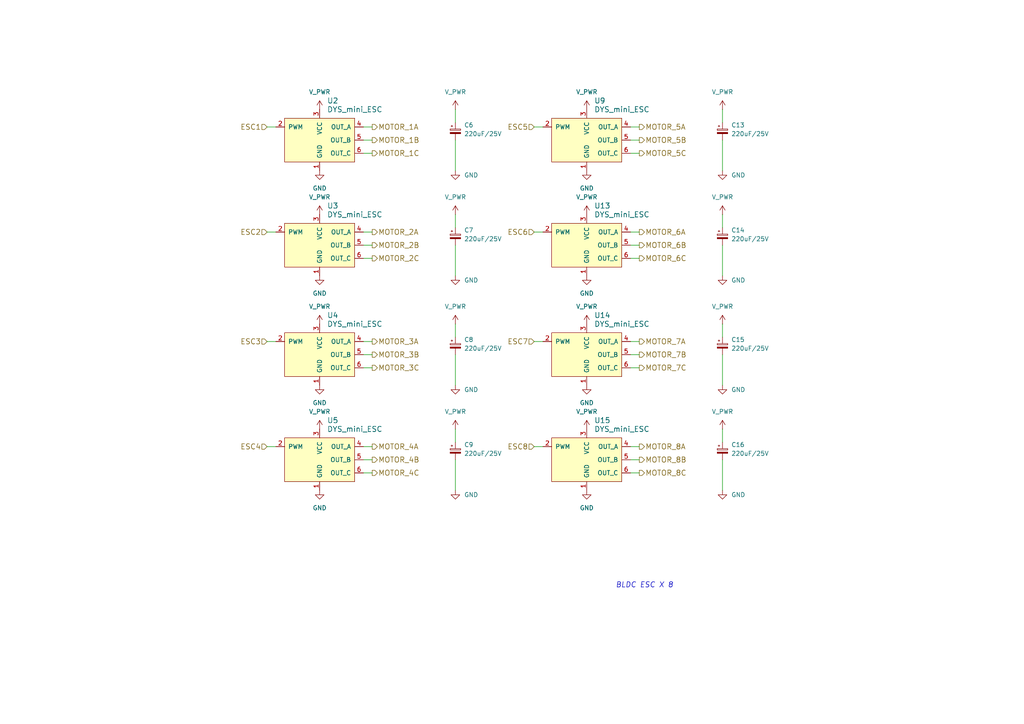
<source format=kicad_sch>
(kicad_sch (version 20250114) (generator "eeschema") (generator_version "9.0")
  (paper "A4")
  (lib_symbols
    (symbol "Device:C_Polarized_Small" (pin_numbers (hide yes)) (pin_names (offset 0.254) (hide yes))
      (property "Reference" "C" (at 0.254 1.778 0))
      (property "Value" "C_Polarized_Small" (at 0.254 -2.032 0))
      (symbol "C_Polarized_Small_0_1"
        (rectangle (start -1.524 0.6858) (end 1.524 0.3048))
        (rectangle (start -1.524 -0.3048) (end 1.524 -0.6858) (fill (type outline)))
        (polyline (pts (xy -1.27 1.524) (xy -0.762 1.524)))
        (polyline (pts (xy -1.016 1.27) (xy -1.016 1.778)))
      )
      (symbol "C_Polarized_Small_1_1"
        (pin passive line (at 0 2.54 270) (length 1.8542) (name "~") (number "1"))
        (pin passive line (at 0 -2.54 90) (length 1.8542) (name "~") (number "2"))
      )
    )
    (symbol "GND_31" (power) (pin_names (offset 0))
      (property "Value" "GND" (at 0 -3.81 0))
      (symbol "GND_31_0_1"
        (polyline (pts (xy 0 0) (xy 0 -1.27) (xy 1.27 -1.27) (xy 0 -2.54) (xy -1.27 -1.27) (xy 0 -1.27)))
      )
      (symbol "GND_31_1_1"
        (pin power_in line (at 0 0 270) (length 0) (hide yes) (name "GND") (number "1"))
      )
    )
    (symbol "GND_32" (power) (pin_names (offset 0))
      (property "Value" "GND" (at 0 -3.81 0))
      (symbol "GND_32_0_1"
        (polyline (pts (xy 0 0) (xy 0 -1.27) (xy 1.27 -1.27) (xy 0 -2.54) (xy -1.27 -1.27) (xy 0 -1.27)))
      )
      (symbol "GND_32_1_1"
        (pin power_in line (at 0 0 270) (length 0) (hide yes) (name "GND") (number "1"))
      )
    )
    (symbol "custom_lib:DYS_mini_ESC" (pin_names (offset 1.016))
      (property "Reference" "U" (at -8.89 7.62 0))
      (property "Value" "DYS_mini_ESC" (at 0 -7.62 0))
      (symbol "DYS_mini_ESC_0_1"
        (rectangle (start -10.16 6.35) (end 10.16 -6.35) (fill (type background)))
      )
      (symbol "DYS_mini_ESC_1_1"
        (pin input line (at -12.7 3.81 0) (length 2.54) (name "PWM") (number "2"))
        (pin power_in line (at 0 8.89 270) (length 2.54) (name "VCC") (number "3"))
        (pin power_in line (at 0 -8.89 90) (length 2.54) (name "GND") (number "1"))
        (pin output line (at 12.7 3.81 180) (length 2.54) (name "OUT_A") (number "4"))
        (pin output line (at 12.7 0 180) (length 2.54) (name "OUT_B") (number "5"))
        (pin output line (at 12.7 -3.81 180) (length 2.54) (name "OUT_C") (number "6"))
      )
    )
    (symbol "power:+5V" (power) (pin_numbers (hide yes)) (pin_names (offset 0) (hide yes))
      (property "Value" "+5V" (at 0 3.556 0))
      (symbol "+5V_0_1"
        (polyline (pts (xy -0.762 1.27) (xy 0 2.54)))
        (polyline (pts (xy 0 2.54) (xy 0.762 1.27)))
        (polyline (pts (xy 0 0) (xy 0 2.54)))
      )
      (symbol "+5V_1_1"
        (pin power_in line (at 0 0 90) (length 0) (name "~") (number "1"))
      )
    )
  )
  (text "BLDC ESC X 8" (at 178.562 170.688 0) (effects (font (size 1.524 1.524) (italic yes)) (justify left bottom)))
  (wire (pts (xy 157.48 67.31) (xy 154.94 67.31)))
  (wire (pts (xy 209.55 31.75) (xy 209.55 35.56)))
  (wire (pts (xy 182.88 36.83) (xy 185.42 36.83)))
  (wire (pts (xy 182.88 40.64) (xy 185.42 40.64)))
  (wire (pts (xy 132.08 71.12) (xy 132.08 80.01)))
  (wire (pts (xy 182.88 71.12) (xy 185.42 71.12)))
  (wire (pts (xy 105.41 67.31) (xy 107.95 67.31)))
  (wire (pts (xy 105.41 71.12) (xy 107.95 71.12)))
  (wire (pts (xy 77.47 36.83) (xy 80.01 36.83)))
  (wire (pts (xy 105.41 129.54) (xy 107.95 129.54)))
  (wire (pts (xy 80.01 129.54) (xy 77.47 129.54)))
  (wire (pts (xy 182.88 44.45) (xy 185.42 44.45)))
  (wire (pts (xy 132.08 102.87) (xy 132.08 111.76)))
  (wire (pts (xy 209.55 71.12) (xy 209.55 80.01)))
  (wire (pts (xy 209.55 124.46) (xy 209.55 128.27)))
  (wire (pts (xy 105.41 133.35) (xy 107.95 133.35)))
  (wire (pts (xy 209.55 133.35) (xy 209.55 142.24)))
  (wire (pts (xy 182.88 74.93) (xy 185.42 74.93)))
  (wire (pts (xy 132.08 124.46) (xy 132.08 128.27)))
  (wire (pts (xy 80.01 67.31) (xy 77.47 67.31)))
  (wire (pts (xy 105.41 74.93) (xy 107.95 74.93)))
  (wire (pts (xy 132.08 62.23) (xy 132.08 66.04)))
  (wire (pts (xy 209.55 93.98) (xy 209.55 97.79)))
  (wire (pts (xy 209.55 102.87) (xy 209.55 111.76)))
  (wire (pts (xy 105.41 40.64) (xy 107.95 40.64)))
  (wire (pts (xy 105.41 99.06) (xy 107.95 99.06)))
  (wire (pts (xy 209.55 62.23) (xy 209.55 66.04)))
  (wire (pts (xy 182.88 106.68) (xy 185.42 106.68)))
  (wire (pts (xy 157.48 99.06) (xy 154.94 99.06)))
  (wire (pts (xy 105.41 137.16) (xy 107.95 137.16)))
  (wire (pts (xy 182.88 102.87) (xy 185.42 102.87)))
  (wire (pts (xy 182.88 99.06) (xy 185.42 99.06)))
  (wire (pts (xy 182.88 129.54) (xy 185.42 129.54)))
  (wire (pts (xy 105.41 102.87) (xy 107.95 102.87)))
  (wire (pts (xy 132.08 93.98) (xy 132.08 97.79)))
  (wire (pts (xy 209.55 40.64) (xy 209.55 49.53)))
  (wire (pts (xy 157.48 129.54) (xy 154.94 129.54)))
  (wire (pts (xy 80.01 99.06) (xy 77.47 99.06)))
  (wire (pts (xy 132.08 40.64) (xy 132.08 49.53)))
  (wire (pts (xy 132.08 31.75) (xy 132.08 35.56)))
  (wire (pts (xy 154.94 36.83) (xy 157.48 36.83)))
  (wire (pts (xy 182.88 133.35) (xy 185.42 133.35)))
  (wire (pts (xy 105.41 106.68) (xy 107.95 106.68)))
  (wire (pts (xy 132.08 133.35) (xy 132.08 142.24)))
  (wire (pts (xy 105.41 36.83) (xy 107.95 36.83)))
  (wire (pts (xy 182.88 137.16) (xy 185.42 137.16)))
  (wire (pts (xy 182.88 67.31) (xy 185.42 67.31)))
  (wire (pts (xy 105.41 44.45) (xy 107.95 44.45)))
  (hierarchical_label "ESC7" (shape input) (at 154.94 99.06 180) (effects (font (size 1.524 1.524))))
  (hierarchical_label "MOTOR_2C" (shape output) (at 107.95 74.93 0) (effects (font (size 1.524 1.524))))
  (hierarchical_label "ESC5" (shape input) (at 154.94 36.83 180) (effects (font (size 1.524 1.524))))
  (hierarchical_label "MOTOR_5C" (shape output) (at 185.42 44.45 0) (effects (font (size 1.524 1.524))))
  (hierarchical_label "MOTOR_3B" (shape output) (at 107.95 102.87 0) (effects (font (size 1.524 1.524))))
  (hierarchical_label "ESC3" (shape input) (at 77.47 99.06 180) (effects (font (size 1.524 1.524))))
  (hierarchical_label "MOTOR_8C" (shape output) (at 185.42 137.16 0) (effects (font (size 1.524 1.524))))
  (hierarchical_label "ESC1" (shape input) (at 77.47 36.83 180) (effects (font (size 1.524 1.524))))
  (hierarchical_label "ESC2" (shape input) (at 77.47 67.31 180) (effects (font (size 1.524 1.524))))
  (hierarchical_label "MOTOR_4B" (shape output) (at 107.95 133.35 0) (effects (font (size 1.524 1.524))))
  (hierarchical_label "MOTOR_1A" (shape output) (at 107.95 36.83 0) (effects (font (size 1.524 1.524))))
  (hierarchical_label "ESC4" (shape input) (at 77.47 129.54 180) (effects (font (size 1.524 1.524))))
  (hierarchical_label "ESC8" (shape input) (at 154.94 129.54 180) (effects (font (size 1.524 1.524))))
  (hierarchical_label "MOTOR_6B" (shape output) (at 185.42 71.12 0) (effects (font (size 1.524 1.524))))
  (hierarchical_label "MOTOR_1C" (shape output) (at 107.95 44.45 0) (effects (font (size 1.524 1.524))))
  (hierarchical_label "ESC6" (shape input) (at 154.94 67.31 180) (effects (font (size 1.524 1.524))))
  (hierarchical_label "MOTOR_5A" (shape output) (at 185.42 36.83 0) (effects (font (size 1.524 1.524))))
  (hierarchical_label "MOTOR_8A" (shape output) (at 185.42 129.54 0) (effects (font (size 1.524 1.524))))
  (hierarchical_label "MOTOR_2B" (shape output) (at 107.95 71.12 0) (effects (font (size 1.524 1.524))))
  (hierarchical_label "MOTOR_2A" (shape output) (at 107.95 67.31 0) (effects (font (size 1.524 1.524))))
  (hierarchical_label "MOTOR_7C" (shape output) (at 185.42 106.68 0) (effects (font (size 1.524 1.524))))
  (hierarchical_label "MOTOR_3C" (shape output) (at 107.95 106.68 0) (effects (font (size 1.524 1.524))))
  (hierarchical_label "MOTOR_6C" (shape output) (at 185.42 74.93 0) (effects (font (size 1.524 1.524))))
  (hierarchical_label "MOTOR_7B" (shape output) (at 185.42 102.87 0) (effects (font (size 1.524 1.524))))
  (hierarchical_label "MOTOR_7A" (shape output) (at 185.42 99.06 0) (effects (font (size 1.524 1.524))))
  (hierarchical_label "MOTOR_4A" (shape output) (at 107.95 129.54 0) (effects (font (size 1.524 1.524))))
  (hierarchical_label "MOTOR_5B" (shape output) (at 185.42 40.64 0) (effects (font (size 1.524 1.524))))
  (hierarchical_label "MOTOR_8B" (shape output) (at 185.42 133.35 0) (effects (font (size 1.524 1.524))))
  (hierarchical_label "MOTOR_4C" (shape output) (at 107.95 137.16 0) (effects (font (size 1.524 1.524))))
  (hierarchical_label "MOTOR_3A" (shape output) (at 107.95 99.06 0) (effects (font (size 1.524 1.524))))
  (hierarchical_label "MOTOR_1B" (shape output) (at 107.95 40.64 0) (effects (font (size 1.524 1.524))))
  (hierarchical_label "MOTOR_6A" (shape output) (at 185.42 67.31 0) (effects (font (size 1.524 1.524))))
  (symbol (lib_id "custom_lib:DYS_mini_ESC") (at 92.71 40.64 0) (unit 1)
    (property "Reference" "U2" (at 94.8533 29.21 0) (effects (font (size 1.524 1.524)) (justify left)))
    (property "Value" "DYS_mini_ESC" (at 94.8533 31.75 0) (effects (font (size 1.524 1.524)) (justify left)))
    (property "Footprint" "footprint:DYS_Mini_ESC" (effects (hide yes)))
  )
  (symbol (lib_id "Device:C_Polarized_Small") (at 132.08 38.1 0) (unit 1)
    (property "Reference" "C6" (at 134.62 36.2838 0) (effects (justify left)))
    (property "Value" "220uF/25V" (at 134.62 38.8238 0) (effects (justify left)))
    (property "Footprint" "Capacitor_SMD:CP_Elec_8x10" (effects (hide yes)))
    (property "Description" "Polarized capacitor, small symbol" (effects (hide yes)))
    (property "DeviceMart" "6791" (effects (hide yes)))
  )
  (symbol (lib_name "GND_32") (lib_id "MainBoard-rescue:GND") (at 92.71 49.53 0) (unit 1)
    (property "Reference" "#PWR01" (effects (hide yes)))
    (property "Value" "GND" (at 92.71 54.61 0))
  )
  (symbol (lib_id "custom_lib:DYS_mini_ESC") (at 92.71 71.12 0) (unit 1)
    (property "Reference" "U3" (at 94.8533 59.69 0) (effects (font (size 1.524 1.524)) (justify left)))
    (property "Value" "DYS_mini_ESC" (at 94.8533 62.23 0) (effects (font (size 1.524 1.524)) (justify left)))
    (property "Footprint" "footprint:DYS_Mini_ESC" (effects (hide yes)))
  )
  (symbol (lib_id "Device:C_Polarized_Small") (at 132.08 68.58 0) (unit 1)
    (property "Reference" "C7" (at 134.62 66.7638 0) (effects (justify left)))
    (property "Value" "220uF/25V" (at 134.62 69.3038 0) (effects (justify left)))
    (property "Footprint" "Capacitor_SMD:CP_Elec_8x10" (effects (hide yes)))
    (property "Description" "Polarized capacitor, small symbol" (effects (hide yes)))
    (property "DeviceMart" "6791" (effects (hide yes)))
  )
  (symbol (lib_name "GND_31") (lib_id "MainBoard-rescue:GND") (at 92.71 80.01 0) (unit 1)
    (property "Reference" "#PWR02" (effects (hide yes)))
    (property "Value" "GND" (at 92.71 85.09 0))
  )
  (symbol (lib_id "custom_lib:DYS_mini_ESC") (at 92.71 102.87 0) (unit 1)
    (property "Reference" "U4" (at 94.8533 91.44 0) (effects (font (size 1.524 1.524)) (justify left)))
    (property "Value" "DYS_mini_ESC" (at 94.8533 93.98 0) (effects (font (size 1.524 1.524)) (justify left)))
    (property "Footprint" "footprint:DYS_Mini_ESC" (effects (hide yes)))
  )
  (symbol (lib_id "Device:C_Polarized_Small") (at 132.08 100.33 0) (unit 1)
    (property "Reference" "C8" (at 134.62 98.5138 0) (effects (justify left)))
    (property "Value" "220uF/25V" (at 134.62 101.0538 0) (effects (justify left)))
    (property "Footprint" "Capacitor_SMD:CP_Elec_8x10" (effects (hide yes)))
    (property "Description" "Polarized capacitor, small symbol" (effects (hide yes)))
    (property "DeviceMart" "6791" (effects (hide yes)))
  )
  (symbol (lib_id "custom_lib:DYS_mini_ESC") (at 92.71 133.35 0) (unit 1)
    (property "Reference" "U5" (at 94.8533 121.92 0) (effects (font (size 1.524 1.524)) (justify left)))
    (property "Value" "DYS_mini_ESC" (at 94.8533 124.46 0) (effects (font (size 1.524 1.524)) (justify left)))
    (property "Footprint" "footprint:DYS_Mini_ESC" (effects (hide yes)))
  )
  (symbol (lib_id "Device:C_Polarized_Small") (at 132.08 130.81 0) (unit 1)
    (property "Reference" "C9" (at 134.62 128.9938 0) (effects (justify left)))
    (property "Value" "220uF/25V" (at 134.62 131.5338 0) (effects (justify left)))
    (property "Footprint" "Capacitor_SMD:CP_Elec_8x10" (effects (hide yes)))
    (property "Description" "Polarized capacitor, small symbol" (effects (hide yes)))
    (property "DeviceMart" "6791" (effects (hide yes)))
  )
  (symbol (lib_name "GND_31") (lib_id "MainBoard-rescue:GND") (at 170.18 111.76 0) (unit 1)
    (property "Reference" "#PWR044" (effects (hide yes)))
    (property "Value" "GND" (at 170.18 116.84 0))
  )
  (symbol (lib_id "Device:C_Polarized_Small") (at 209.55 100.33 0) (unit 1)
    (property "Reference" "C15" (at 212.09 98.5138 0) (effects (justify left)))
    (property "Value" "220uF/25V" (at 212.09 101.0538 0) (effects (justify left)))
    (property "Footprint" "Capacitor_SMD:CP_Elec_8x10" (effects (hide yes)))
    (property "Description" "Polarized capacitor, small symbol" (effects (hide yes)))
    (property "DeviceMart" "6791" (effects (hide yes)))
  )
  (symbol (lib_id "power:+5V") (at 92.71 31.75 0) (unit 1)
    (property "Reference" "#PWR050" (effects (hide yes)))
    (property "Value" "V_PWR" (at 92.71 26.67 0))
    (property "Description" "Power symbol creates a global label with name \"+5V\"" (effects (hide yes)))
  )
  (symbol (lib_id "power:+5V") (at 170.18 124.46 0) (unit 1)
    (property "Reference" "#PWR064" (effects (hide yes)))
    (property "Value" "V_PWR" (at 170.18 119.38 0))
    (property "Description" "Power symbol creates a global label with name \"+5V\"" (effects (hide yes)))
  )
  (symbol (lib_id "power:+5V") (at 92.71 124.46 0) (unit 1)
    (property "Reference" "#PWR062" (effects (hide yes)))
    (property "Value" "V_PWR" (at 92.71 119.38 0))
    (property "Description" "Power symbol creates a global label with name \"+5V\"" (effects (hide yes)))
  )
  (symbol (lib_id "power:+5V") (at 132.08 93.98 0) (unit 1)
    (property "Reference" "#PWR060" (effects (hide yes)))
    (property "Value" "V_PWR" (at 132.08 88.9 0))
    (property "Description" "Power symbol creates a global label with name \"+5V\"" (effects (hide yes)))
  )
  (symbol (lib_name "GND_32") (lib_id "MainBoard-rescue:GND") (at 132.08 80.01 0) (unit 1)
    (property "Reference" "#PWR03" (effects (hide yes)))
    (property "Value" "GND" (at 134.62 81.2799 0) (effects (justify left)))
  )
  (symbol (lib_id "power:+5V") (at 170.18 62.23 0) (unit 1)
    (property "Reference" "#PWR056" (effects (hide yes)))
    (property "Value" "V_PWR" (at 170.18 57.15 0))
    (property "Description" "Power symbol creates a global label with name \"+5V\"" (effects (hide yes)))
  )
  (symbol (lib_id "power:+5V") (at 132.08 31.75 0) (unit 1)
    (property "Reference" "#PWR051" (effects (hide yes)))
    (property "Value" "V_PWR" (at 132.08 26.67 0))
    (property "Description" "Power symbol creates a global label with name \"+5V\"" (effects (hide yes)))
  )
  (symbol (lib_name "GND_31") (lib_id "MainBoard-rescue:GND") (at 92.71 142.24 0) (unit 1)
    (property "Reference" "#PWR040" (effects (hide yes)))
    (property "Value" "GND" (at 92.71 147.32 0))
  )
  (symbol (lib_name "GND_32") (lib_id "MainBoard-rescue:GND") (at 170.18 49.53 0) (unit 1)
    (property "Reference" "#PWR042" (effects (hide yes)))
    (property "Value" "GND" (at 170.18 54.61 0))
  )
  (symbol (lib_id "Device:C_Polarized_Small") (at 209.55 68.58 0) (unit 1)
    (property "Reference" "C14" (at 212.09 66.7638 0) (effects (justify left)))
    (property "Value" "220uF/25V" (at 212.09 69.3038 0) (effects (justify left)))
    (property "Footprint" "Capacitor_SMD:CP_Elec_8x10" (effects (hide yes)))
    (property "Description" "Polarized capacitor, small symbol" (effects (hide yes)))
    (property "DeviceMart" "6791" (effects (hide yes)))
  )
  (symbol (lib_name "GND_32") (lib_id "MainBoard-rescue:GND") (at 209.55 49.53 0) (unit 1)
    (property "Reference" "#PWR046" (effects (hide yes)))
    (property "Value" "GND" (at 212.09 50.7999 0) (effects (justify left)))
  )
  (symbol (lib_id "power:+5V") (at 209.55 31.75 0) (unit 1)
    (property "Reference" "#PWR053" (effects (hide yes)))
    (property "Value" "V_PWR" (at 209.55 26.67 0))
    (property "Description" "Power symbol creates a global label with name \"+5V\"" (effects (hide yes)))
  )
  (symbol (lib_id "power:+5V") (at 209.55 62.23 0) (unit 1)
    (property "Reference" "#PWR057" (effects (hide yes)))
    (property "Value" "V_PWR" (at 209.55 57.15 0))
    (property "Description" "Power symbol creates a global label with name \"+5V\"" (effects (hide yes)))
  )
  (symbol (lib_id "Device:C_Polarized_Small") (at 209.55 38.1 0) (unit 1)
    (property "Reference" "C13" (at 212.09 36.2838 0) (effects (justify left)))
    (property "Value" "220uF/25V" (at 212.09 38.8238 0) (effects (justify left)))
    (property "Footprint" "Capacitor_SMD:CP_Elec_8x10" (effects (hide yes)))
    (property "Description" "Polarized capacitor, small symbol" (effects (hide yes)))
    (property "DeviceMart" "6791" (effects (hide yes)))
  )
  (symbol (lib_id "power:+5V") (at 132.08 62.23 0) (unit 1)
    (property "Reference" "#PWR055" (effects (hide yes)))
    (property "Value" "V_PWR" (at 132.08 57.15 0))
    (property "Description" "Power symbol creates a global label with name \"+5V\"" (effects (hide yes)))
  )
  (symbol (lib_id "power:+5V") (at 170.18 93.98 0) (unit 1)
    (property "Reference" "#PWR059" (effects (hide yes)))
    (property "Value" "V_PWR" (at 170.18 88.9 0))
    (property "Description" "Power symbol creates a global label with name \"+5V\"" (effects (hide yes)))
  )
  (symbol (lib_id "custom_lib:DYS_mini_ESC") (at 170.18 133.35 0) (unit 1)
    (property "Reference" "U15" (at 172.3233 121.92 0) (effects (font (size 1.524 1.524)) (justify left)))
    (property "Value" "DYS_mini_ESC" (at 172.3233 124.46 0) (effects (font (size 1.524 1.524)) (justify left)))
    (property "Footprint" "footprint:DYS_Mini_ESC" (effects (hide yes)))
  )
  (symbol (lib_id "power:+5V") (at 209.55 93.98 0) (unit 1)
    (property "Reference" "#PWR058" (effects (hide yes)))
    (property "Value" "V_PWR" (at 209.55 88.9 0))
    (property "Description" "Power symbol creates a global label with name \"+5V\"" (effects (hide yes)))
  )
  (symbol (lib_id "power:+5V") (at 92.71 93.98 0) (unit 1)
    (property "Reference" "#PWR061" (effects (hide yes)))
    (property "Value" "V_PWR" (at 92.71 88.9 0))
    (property "Description" "Power symbol creates a global label with name \"+5V\"" (effects (hide yes)))
  )
  (symbol (lib_name "GND_31") (lib_id "MainBoard-rescue:GND") (at 170.18 80.01 0) (unit 1)
    (property "Reference" "#PWR043" (effects (hide yes)))
    (property "Value" "GND" (at 170.18 85.09 0))
  )
  (symbol (lib_name "GND_31") (lib_id "MainBoard-rescue:GND") (at 92.71 111.76 0) (unit 1)
    (property "Reference" "#PWR039" (effects (hide yes)))
    (property "Value" "GND" (at 92.71 116.84 0))
  )
  (symbol (lib_name "GND_32") (lib_id "MainBoard-rescue:GND") (at 209.55 142.24 0) (unit 1)
    (property "Reference" "#PWR049" (effects (hide yes)))
    (property "Value" "GND" (at 212.09 143.5099 0) (effects (justify left)))
  )
  (symbol (lib_name "GND_32") (lib_id "MainBoard-rescue:GND") (at 209.55 80.01 0) (unit 1)
    (property "Reference" "#PWR047" (effects (hide yes)))
    (property "Value" "GND" (at 212.09 81.2799 0) (effects (justify left)))
  )
  (symbol (lib_id "power:+5V") (at 92.71 62.23 0) (unit 1)
    (property "Reference" "#PWR054" (effects (hide yes)))
    (property "Value" "V_PWR" (at 92.71 57.15 0))
    (property "Description" "Power symbol creates a global label with name \"+5V\"" (effects (hide yes)))
  )
  (symbol (lib_id "power:+5V") (at 170.18 31.75 0) (unit 1)
    (property "Reference" "#PWR052" (effects (hide yes)))
    (property "Value" "V_PWR" (at 170.18 26.67 0))
    (property "Description" "Power symbol creates a global label with name \"+5V\"" (effects (hide yes)))
  )
  (symbol (lib_id "power:+5V") (at 209.55 124.46 0) (unit 1)
    (property "Reference" "#PWR065" (effects (hide yes)))
    (property "Value" "V_PWR" (at 209.55 119.38 0))
    (property "Description" "Power symbol creates a global label with name \"+5V\"" (effects (hide yes)))
  )
  (symbol (lib_name "GND_32") (lib_id "MainBoard-rescue:GND") (at 132.08 49.53 0) (unit 1)
    (property "Reference" "#PWR010" (effects (hide yes)))
    (property "Value" "GND" (at 134.62 50.7999 0) (effects (justify left)))
  )
  (symbol (lib_id "power:+5V") (at 132.08 124.46 0) (unit 1)
    (property "Reference" "#PWR063" (effects (hide yes)))
    (property "Value" "V_PWR" (at 132.08 119.38 0))
    (property "Description" "Power symbol creates a global label with name \"+5V\"" (effects (hide yes)))
  )
  (symbol (lib_id "Device:C_Polarized_Small") (at 209.55 130.81 0) (unit 1)
    (property "Reference" "C16" (at 212.09 128.9938 0) (effects (justify left)))
    (property "Value" "220uF/25V" (at 212.09 131.5338 0) (effects (justify left)))
    (property "Footprint" "Capacitor_SMD:CP_Elec_8x10" (effects (hide yes)))
    (property "Description" "Polarized capacitor, small symbol" (effects (hide yes)))
    (property "DeviceMart" "6791" (effects (hide yes)))
  )
  (symbol (lib_id "custom_lib:DYS_mini_ESC") (at 170.18 40.64 0) (unit 1)
    (property "Reference" "U9" (at 172.3233 29.21 0) (effects (font (size 1.524 1.524)) (justify left)))
    (property "Value" "DYS_mini_ESC" (at 172.3233 31.75 0) (effects (font (size 1.524 1.524)) (justify left)))
    (property "Footprint" "footprint:DYS_Mini_ESC" (effects (hide yes)))
  )
  (symbol (lib_id "custom_lib:DYS_mini_ESC") (at 170.18 102.87 0) (unit 1)
    (property "Reference" "U14" (at 172.3233 91.44 0) (effects (font (size 1.524 1.524)) (justify left)))
    (property "Value" "DYS_mini_ESC" (at 172.3233 93.98 0) (effects (font (size 1.524 1.524)) (justify left)))
    (property "Footprint" "footprint:DYS_Mini_ESC" (effects (hide yes)))
  )
  (symbol (lib_name "GND_32") (lib_id "MainBoard-rescue:GND") (at 132.08 111.76 0) (unit 1)
    (property "Reference" "#PWR04" (effects (hide yes)))
    (property "Value" "GND" (at 134.62 113.0299 0) (effects (justify left)))
  )
  (symbol (lib_name "GND_31") (lib_id "MainBoard-rescue:GND") (at 170.18 142.24 0) (unit 1)
    (property "Reference" "#PWR045" (effects (hide yes)))
    (property "Value" "GND" (at 170.18 147.32 0))
  )
  (symbol (lib_name "GND_32") (lib_id "MainBoard-rescue:GND") (at 132.08 142.24 0) (unit 1)
    (property "Reference" "#PWR041" (effects (hide yes)))
    (property "Value" "GND" (at 134.62 143.5099 0) (effects (justify left)))
  )
  (symbol (lib_name "GND_32") (lib_id "MainBoard-rescue:GND") (at 209.55 111.76 0) (unit 1)
    (property "Reference" "#PWR048" (effects (hide yes)))
    (property "Value" "GND" (at 212.09 113.0299 0) (effects (justify left)))
  )
  (symbol (lib_id "custom_lib:DYS_mini_ESC") (at 170.18 71.12 0) (unit 1)
    (property "Reference" "U13" (at 172.3233 59.69 0) (effects (font (size 1.524 1.524)) (justify left)))
    (property "Value" "DYS_mini_ESC" (at 172.3233 62.23 0) (effects (font (size 1.524 1.524)) (justify left)))
    (property "Footprint" "footprint:DYS_Mini_ESC" (effects (hide yes)))
  )
)
</source>
